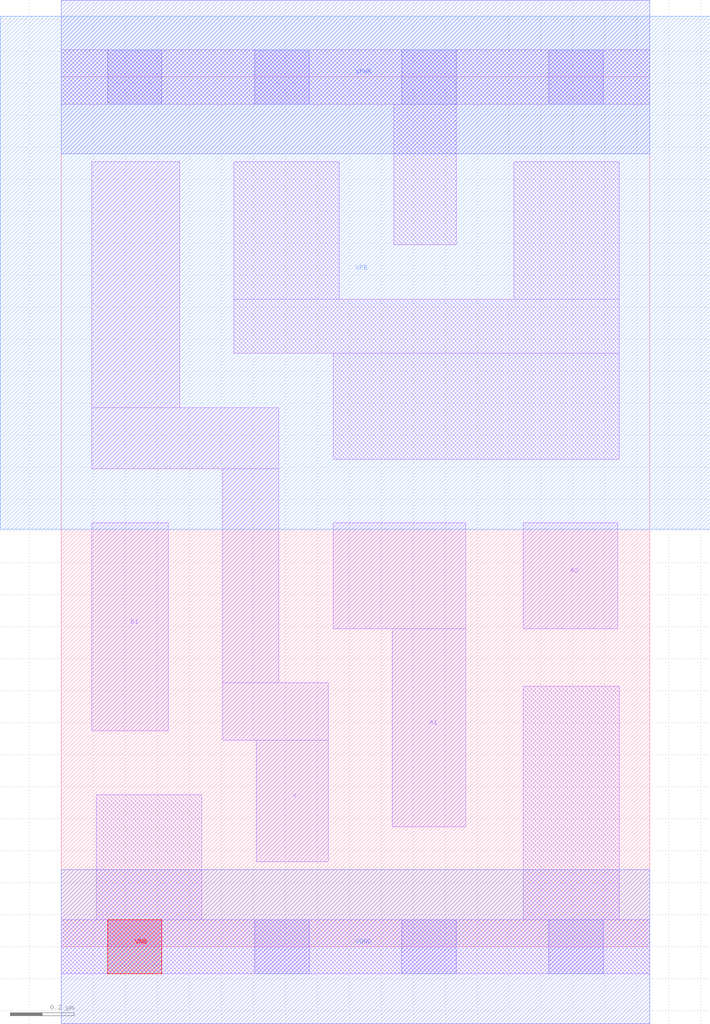
<source format=lef>
# Copyright 2020 The SkyWater PDK Authors
#
# Licensed under the Apache License, Version 2.0 (the "License");
# you may not use this file except in compliance with the License.
# You may obtain a copy of the License at
#
#     https://www.apache.org/licenses/LICENSE-2.0
#
# Unless required by applicable law or agreed to in writing, software
# distributed under the License is distributed on an "AS IS" BASIS,
# WITHOUT WARRANTIES OR CONDITIONS OF ANY KIND, either express or implied.
# See the License for the specific language governing permissions and
# limitations under the License.
#
# SPDX-License-Identifier: Apache-2.0

VERSION 5.7 ;
  NOWIREEXTENSIONATPIN ON ;
  DIVIDERCHAR "/" ;
  BUSBITCHARS "[]" ;
MACRO sky130_fd_sc_hd__a21oi_1
  CLASS CORE ;
  FOREIGN sky130_fd_sc_hd__a21oi_1 ;
  ORIGIN  0.000000  0.000000 ;
  SIZE  1.840000 BY  2.720000 ;
  SYMMETRY X Y R90 ;
  SITE unithd ;
  PIN A1
    ANTENNAGATEAREA  0.247500 ;
    DIRECTION INPUT ;
    USE SIGNAL ;
    PORT
      LAYER li1 ;
        RECT 0.850000 0.995000 1.265000 1.325000 ;
        RECT 1.035000 0.375000 1.265000 0.995000 ;
    END
  END A1
  PIN A2
    ANTENNAGATEAREA  0.247500 ;
    DIRECTION INPUT ;
    USE SIGNAL ;
    PORT
      LAYER li1 ;
        RECT 1.445000 0.995000 1.740000 1.325000 ;
    END
  END A2
  PIN B1
    ANTENNAGATEAREA  0.247500 ;
    DIRECTION INPUT ;
    USE SIGNAL ;
    PORT
      LAYER li1 ;
        RECT 0.095000 0.675000 0.335000 1.325000 ;
    END
  END B1
  PIN Y
    ANTENNADIFFAREA  0.447000 ;
    DIRECTION OUTPUT ;
    USE SIGNAL ;
    PORT
      LAYER li1 ;
        RECT 0.095000 1.495000 0.680000 1.685000 ;
        RECT 0.095000 1.685000 0.370000 2.455000 ;
        RECT 0.505000 0.645000 0.835000 0.825000 ;
        RECT 0.505000 0.825000 0.680000 1.495000 ;
        RECT 0.610000 0.265000 0.835000 0.645000 ;
    END
  END Y
  PIN VGND
    DIRECTION INOUT ;
    SHAPE ABUTMENT ;
    USE GROUND ;
    PORT
      LAYER met1 ;
        RECT 0.000000 -0.240000 1.840000 0.240000 ;
    END
  END VGND
  PIN VNB
    DIRECTION INOUT ;
    USE GROUND ;
    PORT
      LAYER pwell ;
        RECT 0.145000 -0.085000 0.315000 0.085000 ;
    END
  END VNB
  PIN VPB
    DIRECTION INOUT ;
    USE POWER ;
    PORT
      LAYER nwell ;
        RECT -0.190000 1.305000 2.030000 2.910000 ;
    END
  END VPB
  PIN VPWR
    DIRECTION INOUT ;
    SHAPE ABUTMENT ;
    USE POWER ;
    PORT
      LAYER met1 ;
        RECT 0.000000 2.480000 1.840000 2.960000 ;
    END
  END VPWR
  OBS
    LAYER li1 ;
      RECT 0.000000 -0.085000 1.840000 0.085000 ;
      RECT 0.000000  2.635000 1.840000 2.805000 ;
      RECT 0.110000  0.085000 0.440000 0.475000 ;
      RECT 0.540000  1.855000 1.745000 2.025000 ;
      RECT 0.540000  2.025000 0.870000 2.455000 ;
      RECT 0.850000  1.525000 1.745000 1.855000 ;
      RECT 1.040000  2.195000 1.235000 2.635000 ;
      RECT 1.415000  2.025000 1.745000 2.455000 ;
      RECT 1.445000  0.085000 1.745000 0.815000 ;
    LAYER mcon ;
      RECT 0.145000 -0.085000 0.315000 0.085000 ;
      RECT 0.145000  2.635000 0.315000 2.805000 ;
      RECT 0.605000 -0.085000 0.775000 0.085000 ;
      RECT 0.605000  2.635000 0.775000 2.805000 ;
      RECT 1.065000 -0.085000 1.235000 0.085000 ;
      RECT 1.065000  2.635000 1.235000 2.805000 ;
      RECT 1.525000 -0.085000 1.695000 0.085000 ;
      RECT 1.525000  2.635000 1.695000 2.805000 ;
  END
END sky130_fd_sc_hd__a21oi_1
END LIBRARY

</source>
